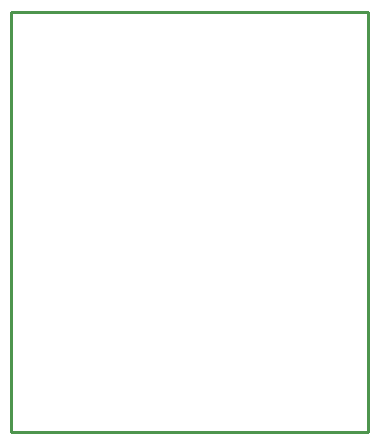
<source format=gko>
G04 Layer: BoardOutlineLayer*
G04 EasyEDA Pro v2.2.45.4, 2025-12-09 09:51:21*
G04 Gerber Generator version 0.3*
G04 Scale: 100 percent, Rotated: No, Reflected: No*
G04 Dimensions in millimeters*
G04 Leading zeros omitted, absolute positions, 4 integers and 5 decimals*
G04 Generated by one-click*
%FSLAX45Y45*%
%MOMM*%
%ADD10C,0.254*%
%ADD11C,0.8253*%
G75*


G04 PolygonModel Start*
G54D10*
G01X-1511300Y3797300D02*
G01X-1511300Y241300D01*
G01X-1511300Y3797300D02*
G01X1511300Y3797300D01*
G01X1511300Y241300D01*
G01X-1511300Y241300D01*

M02*


</source>
